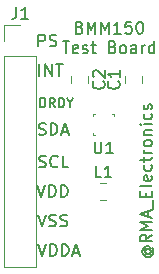
<source format=gbr>
G04 #@! TF.GenerationSoftware,KiCad,Pcbnew,5.1.5*
G04 #@! TF.CreationDate,2020-01-16T19:42:05-06:00*
G04 #@! TF.ProjectId,BMM150,424d4d31-3530-42e6-9b69-6361645f7063,rev?*
G04 #@! TF.SameCoordinates,Original*
G04 #@! TF.FileFunction,Legend,Top*
G04 #@! TF.FilePolarity,Positive*
%FSLAX46Y46*%
G04 Gerber Fmt 4.6, Leading zero omitted, Abs format (unit mm)*
G04 Created by KiCad (PCBNEW 5.1.5) date 2020-01-16 19:42:05*
%MOMM*%
%LPD*%
G04 APERTURE LIST*
%ADD10C,0.150000*%
%ADD11C,0.120000*%
%ADD12C,0.100000*%
G04 APERTURE END LIST*
D10*
X142750000Y-107353571D02*
X142892857Y-107401190D01*
X142940476Y-107448809D01*
X142988095Y-107544047D01*
X142988095Y-107686904D01*
X142940476Y-107782142D01*
X142892857Y-107829761D01*
X142797619Y-107877380D01*
X142416666Y-107877380D01*
X142416666Y-106877380D01*
X142750000Y-106877380D01*
X142845238Y-106925000D01*
X142892857Y-106972619D01*
X142940476Y-107067857D01*
X142940476Y-107163095D01*
X142892857Y-107258333D01*
X142845238Y-107305952D01*
X142750000Y-107353571D01*
X142416666Y-107353571D01*
X143416666Y-107877380D02*
X143416666Y-106877380D01*
X143750000Y-107591666D01*
X144083333Y-106877380D01*
X144083333Y-107877380D01*
X144559523Y-107877380D02*
X144559523Y-106877380D01*
X144892857Y-107591666D01*
X145226190Y-106877380D01*
X145226190Y-107877380D01*
X146226190Y-107877380D02*
X145654761Y-107877380D01*
X145940476Y-107877380D02*
X145940476Y-106877380D01*
X145845238Y-107020238D01*
X145750000Y-107115476D01*
X145654761Y-107163095D01*
X147130952Y-106877380D02*
X146654761Y-106877380D01*
X146607142Y-107353571D01*
X146654761Y-107305952D01*
X146750000Y-107258333D01*
X146988095Y-107258333D01*
X147083333Y-107305952D01*
X147130952Y-107353571D01*
X147178571Y-107448809D01*
X147178571Y-107686904D01*
X147130952Y-107782142D01*
X147083333Y-107829761D01*
X146988095Y-107877380D01*
X146750000Y-107877380D01*
X146654761Y-107829761D01*
X146607142Y-107782142D01*
X147797619Y-106877380D02*
X147892857Y-106877380D01*
X147988095Y-106925000D01*
X148035714Y-106972619D01*
X148083333Y-107067857D01*
X148130952Y-107258333D01*
X148130952Y-107496428D01*
X148083333Y-107686904D01*
X148035714Y-107782142D01*
X147988095Y-107829761D01*
X147892857Y-107877380D01*
X147797619Y-107877380D01*
X147702380Y-107829761D01*
X147654761Y-107782142D01*
X147607142Y-107686904D01*
X147559523Y-107496428D01*
X147559523Y-107258333D01*
X147607142Y-107067857D01*
X147654761Y-106972619D01*
X147702380Y-106925000D01*
X147797619Y-106877380D01*
X141297619Y-108527380D02*
X141869047Y-108527380D01*
X141583333Y-109527380D02*
X141583333Y-108527380D01*
X142583333Y-109479761D02*
X142488095Y-109527380D01*
X142297619Y-109527380D01*
X142202380Y-109479761D01*
X142154761Y-109384523D01*
X142154761Y-109003571D01*
X142202380Y-108908333D01*
X142297619Y-108860714D01*
X142488095Y-108860714D01*
X142583333Y-108908333D01*
X142630952Y-109003571D01*
X142630952Y-109098809D01*
X142154761Y-109194047D01*
X143011904Y-109479761D02*
X143107142Y-109527380D01*
X143297619Y-109527380D01*
X143392857Y-109479761D01*
X143440476Y-109384523D01*
X143440476Y-109336904D01*
X143392857Y-109241666D01*
X143297619Y-109194047D01*
X143154761Y-109194047D01*
X143059523Y-109146428D01*
X143011904Y-109051190D01*
X143011904Y-109003571D01*
X143059523Y-108908333D01*
X143154761Y-108860714D01*
X143297619Y-108860714D01*
X143392857Y-108908333D01*
X143726190Y-108860714D02*
X144107142Y-108860714D01*
X143869047Y-108527380D02*
X143869047Y-109384523D01*
X143916666Y-109479761D01*
X144011904Y-109527380D01*
X144107142Y-109527380D01*
X145535714Y-109003571D02*
X145678571Y-109051190D01*
X145726190Y-109098809D01*
X145773809Y-109194047D01*
X145773809Y-109336904D01*
X145726190Y-109432142D01*
X145678571Y-109479761D01*
X145583333Y-109527380D01*
X145202380Y-109527380D01*
X145202380Y-108527380D01*
X145535714Y-108527380D01*
X145630952Y-108575000D01*
X145678571Y-108622619D01*
X145726190Y-108717857D01*
X145726190Y-108813095D01*
X145678571Y-108908333D01*
X145630952Y-108955952D01*
X145535714Y-109003571D01*
X145202380Y-109003571D01*
X146345238Y-109527380D02*
X146250000Y-109479761D01*
X146202380Y-109432142D01*
X146154761Y-109336904D01*
X146154761Y-109051190D01*
X146202380Y-108955952D01*
X146250000Y-108908333D01*
X146345238Y-108860714D01*
X146488095Y-108860714D01*
X146583333Y-108908333D01*
X146630952Y-108955952D01*
X146678571Y-109051190D01*
X146678571Y-109336904D01*
X146630952Y-109432142D01*
X146583333Y-109479761D01*
X146488095Y-109527380D01*
X146345238Y-109527380D01*
X147535714Y-109527380D02*
X147535714Y-109003571D01*
X147488095Y-108908333D01*
X147392857Y-108860714D01*
X147202380Y-108860714D01*
X147107142Y-108908333D01*
X147535714Y-109479761D02*
X147440476Y-109527380D01*
X147202380Y-109527380D01*
X147107142Y-109479761D01*
X147059523Y-109384523D01*
X147059523Y-109289285D01*
X147107142Y-109194047D01*
X147202380Y-109146428D01*
X147440476Y-109146428D01*
X147535714Y-109098809D01*
X148011904Y-109527380D02*
X148011904Y-108860714D01*
X148011904Y-109051190D02*
X148059523Y-108955952D01*
X148107142Y-108908333D01*
X148202380Y-108860714D01*
X148297619Y-108860714D01*
X149059523Y-109527380D02*
X149059523Y-108527380D01*
X149059523Y-109479761D02*
X148964285Y-109527380D01*
X148773809Y-109527380D01*
X148678571Y-109479761D01*
X148630952Y-109432142D01*
X148583333Y-109336904D01*
X148583333Y-109051190D01*
X148630952Y-108955952D01*
X148678571Y-108908333D01*
X148773809Y-108860714D01*
X148964285Y-108860714D01*
X149059523Y-108908333D01*
X148376190Y-126134523D02*
X148328571Y-126182142D01*
X148280952Y-126277380D01*
X148280952Y-126372619D01*
X148328571Y-126467857D01*
X148376190Y-126515476D01*
X148471428Y-126563095D01*
X148566666Y-126563095D01*
X148661904Y-126515476D01*
X148709523Y-126467857D01*
X148757142Y-126372619D01*
X148757142Y-126277380D01*
X148709523Y-126182142D01*
X148661904Y-126134523D01*
X148280952Y-126134523D02*
X148661904Y-126134523D01*
X148709523Y-126086904D01*
X148709523Y-126039285D01*
X148661904Y-125944047D01*
X148566666Y-125896428D01*
X148328571Y-125896428D01*
X148185714Y-125991666D01*
X148090476Y-126134523D01*
X148042857Y-126325000D01*
X148090476Y-126515476D01*
X148185714Y-126658333D01*
X148328571Y-126753571D01*
X148519047Y-126801190D01*
X148709523Y-126753571D01*
X148852380Y-126658333D01*
X148947619Y-126515476D01*
X148995238Y-126325000D01*
X148947619Y-126134523D01*
X148852380Y-125991666D01*
X148852380Y-124896428D02*
X148376190Y-125229761D01*
X148852380Y-125467857D02*
X147852380Y-125467857D01*
X147852380Y-125086904D01*
X147900000Y-124991666D01*
X147947619Y-124944047D01*
X148042857Y-124896428D01*
X148185714Y-124896428D01*
X148280952Y-124944047D01*
X148328571Y-124991666D01*
X148376190Y-125086904D01*
X148376190Y-125467857D01*
X148852380Y-124467857D02*
X147852380Y-124467857D01*
X148566666Y-124134523D01*
X147852380Y-123801190D01*
X148852380Y-123801190D01*
X148566666Y-123372619D02*
X148566666Y-122896428D01*
X148852380Y-123467857D02*
X147852380Y-123134523D01*
X148852380Y-122801190D01*
X148947619Y-122705952D02*
X148947619Y-121944047D01*
X148328571Y-121705952D02*
X148328571Y-121372619D01*
X148852380Y-121229761D02*
X148852380Y-121705952D01*
X147852380Y-121705952D01*
X147852380Y-121229761D01*
X148852380Y-120658333D02*
X148804761Y-120753571D01*
X148709523Y-120801190D01*
X147852380Y-120801190D01*
X148804761Y-119896428D02*
X148852380Y-119991666D01*
X148852380Y-120182142D01*
X148804761Y-120277380D01*
X148709523Y-120325000D01*
X148328571Y-120325000D01*
X148233333Y-120277380D01*
X148185714Y-120182142D01*
X148185714Y-119991666D01*
X148233333Y-119896428D01*
X148328571Y-119848809D01*
X148423809Y-119848809D01*
X148519047Y-120325000D01*
X148804761Y-118991666D02*
X148852380Y-119086904D01*
X148852380Y-119277380D01*
X148804761Y-119372619D01*
X148757142Y-119420238D01*
X148661904Y-119467857D01*
X148376190Y-119467857D01*
X148280952Y-119420238D01*
X148233333Y-119372619D01*
X148185714Y-119277380D01*
X148185714Y-119086904D01*
X148233333Y-118991666D01*
X148185714Y-118705952D02*
X148185714Y-118325000D01*
X147852380Y-118563095D02*
X148709523Y-118563095D01*
X148804761Y-118515476D01*
X148852380Y-118420238D01*
X148852380Y-118325000D01*
X148852380Y-117991666D02*
X148185714Y-117991666D01*
X148376190Y-117991666D02*
X148280952Y-117944047D01*
X148233333Y-117896428D01*
X148185714Y-117801190D01*
X148185714Y-117705952D01*
X148852380Y-117229761D02*
X148804761Y-117325000D01*
X148757142Y-117372619D01*
X148661904Y-117420238D01*
X148376190Y-117420238D01*
X148280952Y-117372619D01*
X148233333Y-117325000D01*
X148185714Y-117229761D01*
X148185714Y-117086904D01*
X148233333Y-116991666D01*
X148280952Y-116944047D01*
X148376190Y-116896428D01*
X148661904Y-116896428D01*
X148757142Y-116944047D01*
X148804761Y-116991666D01*
X148852380Y-117086904D01*
X148852380Y-117229761D01*
X148185714Y-116467857D02*
X148852380Y-116467857D01*
X148280952Y-116467857D02*
X148233333Y-116420238D01*
X148185714Y-116325000D01*
X148185714Y-116182142D01*
X148233333Y-116086904D01*
X148328571Y-116039285D01*
X148852380Y-116039285D01*
X148852380Y-115563095D02*
X148185714Y-115563095D01*
X147852380Y-115563095D02*
X147900000Y-115610714D01*
X147947619Y-115563095D01*
X147900000Y-115515476D01*
X147852380Y-115563095D01*
X147947619Y-115563095D01*
X148804761Y-114658333D02*
X148852380Y-114753571D01*
X148852380Y-114944047D01*
X148804761Y-115039285D01*
X148757142Y-115086904D01*
X148661904Y-115134523D01*
X148376190Y-115134523D01*
X148280952Y-115086904D01*
X148233333Y-115039285D01*
X148185714Y-114944047D01*
X148185714Y-114753571D01*
X148233333Y-114658333D01*
X148804761Y-114277380D02*
X148852380Y-114182142D01*
X148852380Y-113991666D01*
X148804761Y-113896428D01*
X148709523Y-113848809D01*
X148661904Y-113848809D01*
X148566666Y-113896428D01*
X148519047Y-113991666D01*
X148519047Y-114134523D01*
X148471428Y-114229761D01*
X148376190Y-114277380D01*
X148328571Y-114277380D01*
X148233333Y-114229761D01*
X148185714Y-114134523D01*
X148185714Y-113991666D01*
X148233333Y-113896428D01*
X139238095Y-125702380D02*
X139571428Y-126702380D01*
X139904761Y-125702380D01*
X140238095Y-126702380D02*
X140238095Y-125702380D01*
X140476190Y-125702380D01*
X140619047Y-125750000D01*
X140714285Y-125845238D01*
X140761904Y-125940476D01*
X140809523Y-126130952D01*
X140809523Y-126273809D01*
X140761904Y-126464285D01*
X140714285Y-126559523D01*
X140619047Y-126654761D01*
X140476190Y-126702380D01*
X140238095Y-126702380D01*
X141238095Y-126702380D02*
X141238095Y-125702380D01*
X141476190Y-125702380D01*
X141619047Y-125750000D01*
X141714285Y-125845238D01*
X141761904Y-125940476D01*
X141809523Y-126130952D01*
X141809523Y-126273809D01*
X141761904Y-126464285D01*
X141714285Y-126559523D01*
X141619047Y-126654761D01*
X141476190Y-126702380D01*
X141238095Y-126702380D01*
X142190476Y-126416666D02*
X142666666Y-126416666D01*
X142095238Y-126702380D02*
X142428571Y-125702380D01*
X142761904Y-126702380D01*
X139214285Y-123202380D02*
X139547619Y-124202380D01*
X139880952Y-123202380D01*
X140166666Y-124154761D02*
X140309523Y-124202380D01*
X140547619Y-124202380D01*
X140642857Y-124154761D01*
X140690476Y-124107142D01*
X140738095Y-124011904D01*
X140738095Y-123916666D01*
X140690476Y-123821428D01*
X140642857Y-123773809D01*
X140547619Y-123726190D01*
X140357142Y-123678571D01*
X140261904Y-123630952D01*
X140214285Y-123583333D01*
X140166666Y-123488095D01*
X140166666Y-123392857D01*
X140214285Y-123297619D01*
X140261904Y-123250000D01*
X140357142Y-123202380D01*
X140595238Y-123202380D01*
X140738095Y-123250000D01*
X141119047Y-124154761D02*
X141261904Y-124202380D01*
X141500000Y-124202380D01*
X141595238Y-124154761D01*
X141642857Y-124107142D01*
X141690476Y-124011904D01*
X141690476Y-123916666D01*
X141642857Y-123821428D01*
X141595238Y-123773809D01*
X141500000Y-123726190D01*
X141309523Y-123678571D01*
X141214285Y-123630952D01*
X141166666Y-123583333D01*
X141119047Y-123488095D01*
X141119047Y-123392857D01*
X141166666Y-123297619D01*
X141214285Y-123250000D01*
X141309523Y-123202380D01*
X141547619Y-123202380D01*
X141690476Y-123250000D01*
X139166666Y-120702380D02*
X139500000Y-121702380D01*
X139833333Y-120702380D01*
X140166666Y-121702380D02*
X140166666Y-120702380D01*
X140404761Y-120702380D01*
X140547619Y-120750000D01*
X140642857Y-120845238D01*
X140690476Y-120940476D01*
X140738095Y-121130952D01*
X140738095Y-121273809D01*
X140690476Y-121464285D01*
X140642857Y-121559523D01*
X140547619Y-121654761D01*
X140404761Y-121702380D01*
X140166666Y-121702380D01*
X141166666Y-121702380D02*
X141166666Y-120702380D01*
X141404761Y-120702380D01*
X141547619Y-120750000D01*
X141642857Y-120845238D01*
X141690476Y-120940476D01*
X141738095Y-121130952D01*
X141738095Y-121273809D01*
X141690476Y-121464285D01*
X141642857Y-121559523D01*
X141547619Y-121654761D01*
X141404761Y-121702380D01*
X141166666Y-121702380D01*
X139309523Y-119154761D02*
X139452380Y-119202380D01*
X139690476Y-119202380D01*
X139785714Y-119154761D01*
X139833333Y-119107142D01*
X139880952Y-119011904D01*
X139880952Y-118916666D01*
X139833333Y-118821428D01*
X139785714Y-118773809D01*
X139690476Y-118726190D01*
X139500000Y-118678571D01*
X139404761Y-118630952D01*
X139357142Y-118583333D01*
X139309523Y-118488095D01*
X139309523Y-118392857D01*
X139357142Y-118297619D01*
X139404761Y-118250000D01*
X139500000Y-118202380D01*
X139738095Y-118202380D01*
X139880952Y-118250000D01*
X140880952Y-119107142D02*
X140833333Y-119154761D01*
X140690476Y-119202380D01*
X140595238Y-119202380D01*
X140452380Y-119154761D01*
X140357142Y-119059523D01*
X140309523Y-118964285D01*
X140261904Y-118773809D01*
X140261904Y-118630952D01*
X140309523Y-118440476D01*
X140357142Y-118345238D01*
X140452380Y-118250000D01*
X140595238Y-118202380D01*
X140690476Y-118202380D01*
X140833333Y-118250000D01*
X140880952Y-118297619D01*
X141785714Y-119202380D02*
X141309523Y-119202380D01*
X141309523Y-118202380D01*
X139285714Y-116404761D02*
X139428571Y-116452380D01*
X139666666Y-116452380D01*
X139761904Y-116404761D01*
X139809523Y-116357142D01*
X139857142Y-116261904D01*
X139857142Y-116166666D01*
X139809523Y-116071428D01*
X139761904Y-116023809D01*
X139666666Y-115976190D01*
X139476190Y-115928571D01*
X139380952Y-115880952D01*
X139333333Y-115833333D01*
X139285714Y-115738095D01*
X139285714Y-115642857D01*
X139333333Y-115547619D01*
X139380952Y-115500000D01*
X139476190Y-115452380D01*
X139714285Y-115452380D01*
X139857142Y-115500000D01*
X140285714Y-116452380D02*
X140285714Y-115452380D01*
X140523809Y-115452380D01*
X140666666Y-115500000D01*
X140761904Y-115595238D01*
X140809523Y-115690476D01*
X140857142Y-115880952D01*
X140857142Y-116023809D01*
X140809523Y-116214285D01*
X140761904Y-116309523D01*
X140666666Y-116404761D01*
X140523809Y-116452380D01*
X140285714Y-116452380D01*
X141238095Y-116166666D02*
X141714285Y-116166666D01*
X141142857Y-116452380D02*
X141476190Y-115452380D01*
X141809523Y-116452380D01*
X139397619Y-114111904D02*
X139397619Y-113311904D01*
X139588095Y-113311904D01*
X139702380Y-113350000D01*
X139778571Y-113426190D01*
X139816666Y-113502380D01*
X139854761Y-113654761D01*
X139854761Y-113769047D01*
X139816666Y-113921428D01*
X139778571Y-113997619D01*
X139702380Y-114073809D01*
X139588095Y-114111904D01*
X139397619Y-114111904D01*
X140654761Y-114111904D02*
X140388095Y-113730952D01*
X140197619Y-114111904D02*
X140197619Y-113311904D01*
X140502380Y-113311904D01*
X140578571Y-113350000D01*
X140616666Y-113388095D01*
X140654761Y-113464285D01*
X140654761Y-113578571D01*
X140616666Y-113654761D01*
X140578571Y-113692857D01*
X140502380Y-113730952D01*
X140197619Y-113730952D01*
X140997619Y-114111904D02*
X140997619Y-113311904D01*
X141188095Y-113311904D01*
X141302380Y-113350000D01*
X141378571Y-113426190D01*
X141416666Y-113502380D01*
X141454761Y-113654761D01*
X141454761Y-113769047D01*
X141416666Y-113921428D01*
X141378571Y-113997619D01*
X141302380Y-114073809D01*
X141188095Y-114111904D01*
X140997619Y-114111904D01*
X141950000Y-113730952D02*
X141950000Y-114111904D01*
X141683333Y-113311904D02*
X141950000Y-113730952D01*
X142216666Y-113311904D01*
X139345238Y-111452380D02*
X139345238Y-110452380D01*
X139821428Y-111452380D02*
X139821428Y-110452380D01*
X140392857Y-111452380D01*
X140392857Y-110452380D01*
X140726190Y-110452380D02*
X141297619Y-110452380D01*
X141011904Y-111452380D02*
X141011904Y-110452380D01*
X139261904Y-108952380D02*
X139261904Y-107952380D01*
X139642857Y-107952380D01*
X139738095Y-108000000D01*
X139785714Y-108047619D01*
X139833333Y-108142857D01*
X139833333Y-108285714D01*
X139785714Y-108380952D01*
X139738095Y-108428571D01*
X139642857Y-108476190D01*
X139261904Y-108476190D01*
X140214285Y-108904761D02*
X140357142Y-108952380D01*
X140595238Y-108952380D01*
X140690476Y-108904761D01*
X140738095Y-108857142D01*
X140785714Y-108761904D01*
X140785714Y-108666666D01*
X140738095Y-108571428D01*
X140690476Y-108523809D01*
X140595238Y-108476190D01*
X140404761Y-108428571D01*
X140309523Y-108380952D01*
X140261904Y-108333333D01*
X140214285Y-108238095D01*
X140214285Y-108142857D01*
X140261904Y-108047619D01*
X140309523Y-108000000D01*
X140404761Y-107952380D01*
X140642857Y-107952380D01*
X140785714Y-108000000D01*
D11*
X148030000Y-112021078D02*
X148030000Y-111503922D01*
X146610000Y-112021078D02*
X146610000Y-111503922D01*
X143460000Y-111501422D02*
X143460000Y-112018578D01*
X142040000Y-111501422D02*
X142040000Y-112018578D01*
X136385001Y-127615001D02*
X139045001Y-127615001D01*
X136385001Y-109775001D02*
X136385001Y-127615001D01*
X139045001Y-109775001D02*
X139045001Y-127615001D01*
X136385001Y-109775001D02*
X139045001Y-109775001D01*
X136385001Y-108505001D02*
X136385001Y-107175001D01*
X136385001Y-107175001D02*
X137715001Y-107175001D01*
D12*
X145710000Y-116450000D02*
G75*
G03X145710000Y-116450000I-50000J0D01*
G01*
X145660000Y-114690000D02*
X145660000Y-114850000D01*
X145660000Y-114690000D02*
X145500000Y-114690000D01*
X143900000Y-114690000D02*
X143900000Y-114850000D01*
X143900000Y-114690000D02*
X144060000Y-114690000D01*
X143900000Y-116450000D02*
X143900000Y-116290000D01*
X143900000Y-116450000D02*
X144060000Y-116450000D01*
D11*
X144491422Y-120540000D02*
X145008578Y-120540000D01*
X144491422Y-121960000D02*
X145008578Y-121960000D01*
D10*
X146027142Y-111929166D02*
X146074761Y-111976785D01*
X146122380Y-112119642D01*
X146122380Y-112214880D01*
X146074761Y-112357738D01*
X145979523Y-112452976D01*
X145884285Y-112500595D01*
X145693809Y-112548214D01*
X145550952Y-112548214D01*
X145360476Y-112500595D01*
X145265238Y-112452976D01*
X145170000Y-112357738D01*
X145122380Y-112214880D01*
X145122380Y-112119642D01*
X145170000Y-111976785D01*
X145217619Y-111929166D01*
X146122380Y-110976785D02*
X146122380Y-111548214D01*
X146122380Y-111262500D02*
X145122380Y-111262500D01*
X145265238Y-111357738D01*
X145360476Y-111452976D01*
X145408095Y-111548214D01*
X144757142Y-111926666D02*
X144804761Y-111974285D01*
X144852380Y-112117142D01*
X144852380Y-112212380D01*
X144804761Y-112355238D01*
X144709523Y-112450476D01*
X144614285Y-112498095D01*
X144423809Y-112545714D01*
X144280952Y-112545714D01*
X144090476Y-112498095D01*
X143995238Y-112450476D01*
X143900000Y-112355238D01*
X143852380Y-112212380D01*
X143852380Y-112117142D01*
X143900000Y-111974285D01*
X143947619Y-111926666D01*
X143947619Y-111545714D02*
X143900000Y-111498095D01*
X143852380Y-111402857D01*
X143852380Y-111164761D01*
X143900000Y-111069523D01*
X143947619Y-111021904D01*
X144042857Y-110974285D01*
X144138095Y-110974285D01*
X144280952Y-111021904D01*
X144852380Y-111593333D01*
X144852380Y-110974285D01*
X137381667Y-105627381D02*
X137381667Y-106341667D01*
X137334048Y-106484524D01*
X137238810Y-106579762D01*
X137095953Y-106627381D01*
X137000715Y-106627381D01*
X138381667Y-106627381D02*
X137810239Y-106627381D01*
X138095953Y-106627381D02*
X138095953Y-105627381D01*
X138000715Y-105770239D01*
X137905477Y-105865477D01*
X137810239Y-105913096D01*
X144018095Y-117022380D02*
X144018095Y-117831904D01*
X144065714Y-117927142D01*
X144113333Y-117974761D01*
X144208571Y-118022380D01*
X144399047Y-118022380D01*
X144494285Y-117974761D01*
X144541904Y-117927142D01*
X144589523Y-117831904D01*
X144589523Y-117022380D01*
X145589523Y-118022380D02*
X145018095Y-118022380D01*
X145303809Y-118022380D02*
X145303809Y-117022380D01*
X145208571Y-117165238D01*
X145113333Y-117260476D01*
X145018095Y-117308095D01*
X144583333Y-120052380D02*
X144107142Y-120052380D01*
X144107142Y-119052380D01*
X145440476Y-120052380D02*
X144869047Y-120052380D01*
X145154761Y-120052380D02*
X145154761Y-119052380D01*
X145059523Y-119195238D01*
X144964285Y-119290476D01*
X144869047Y-119338095D01*
M02*

</source>
